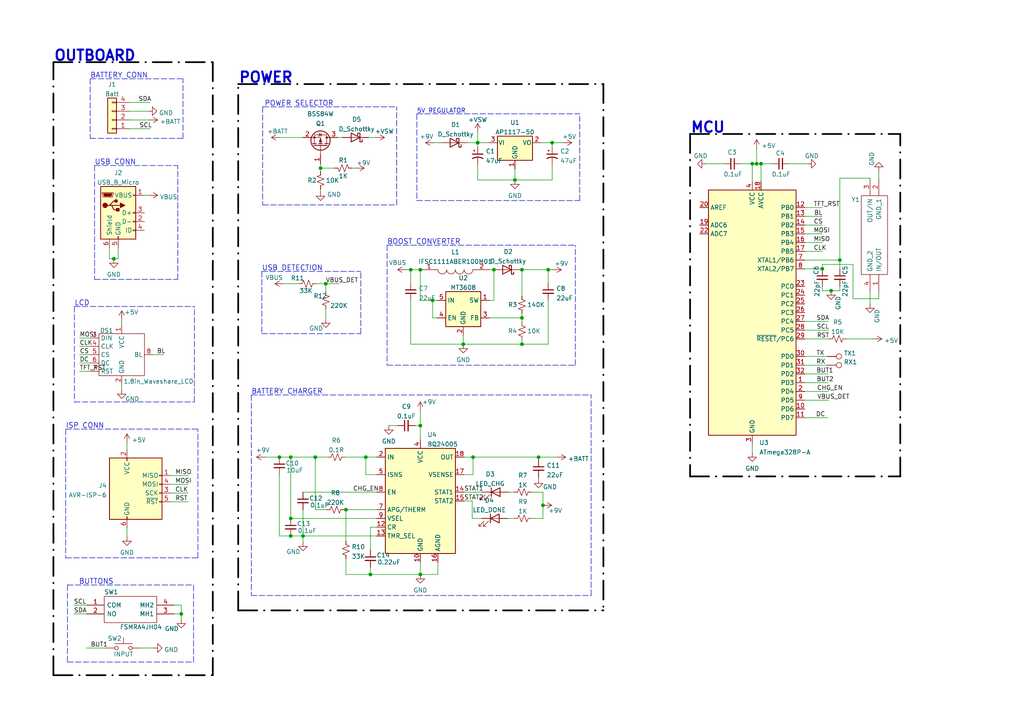
<source format=kicad_sch>
(kicad_sch (version 20211123) (generator eeschema)
  (paper "A4")
  (title_block (title "DJI Battery Friend") (date "2022-08-25") (rev "v01") (comment 1 "Licence:") (comment 3 "github.com/theloukou") (comment 4 "Author: Lefteris Kantakos"))
  (lib_symbols
    (symbol "Battery_Management:BQ24005"
      (property "Reference" "U" (at -8.89 16.51 0))
      (property "Value" "BQ24005" (at 5.08 16.51 0))
      (symbol "BQ24005_1_1"
        (pin no_connect line (at 10.16 -2.54 180) (length 2.54) hide (name "N/C") (number "1"))
        (pin power_in line (at 0 -17.78 90) (length 2.54) (name "GND") (number "10"))
        (pin no_connect line (at 10.16 -7.62 180) (length 2.54) hide (name "N/C") (number "11"))
        (pin input line (at -12.7 -7.62 0) (length 2.54) (name "CR") (number "12"))
        (pin input line (at -12.7 -10.16 0) (length 2.54) (name "TMR_SEL") (number "13"))
        (pin open_collector line (at 12.7 2.54 180) (length 2.54) (name "STAT1") (number "14"))
        (pin open_collector line (at 12.7 0 180) (length 2.54) (name "STAT2") (number "15"))
        (pin power_in line (at 5.08 -17.78 90) (length 2.54) (name "AGND") (number "16"))
        (pin input line (at 12.7 7.62 180) (length 2.54) (name "VSENSE") (number "17"))
        (pin output line (at 12.7 12.7 180) (length 2.54) (name "OUT") (number "18"))
        (pin passive line (at 12.7 12.7 180) (length 2.54) hide (name "OUT") (number "19"))
        (pin input line (at -12.7 12.7 0) (length 2.54) (name "IN") (number "2"))
        (pin no_connect line (at 10.16 -10.16 180) (length 2.54) hide (name "N/C") (number "20"))
        (pin passive line (at 0 -17.78 90) (length 2.54) hide (name "GND") (number "21"))
        (pin input line (at -12.7 12.7 0) (length 2.54) hide (name "IN") (number "3"))
        (pin power_in line (at 0 17.78 270) (length 2.54) (name "VCC") (number "4"))
        (pin input line (at -12.7 7.62 0) (length 2.54) (name "ISNS") (number "5"))
        (pin no_connect line (at 10.16 -5.08 180) (length 2.54) hide (name "N/C") (number "6"))
        (pin input line (at -12.7 -2.54 0) (length 2.54) (name "APG/THERM") (number "7"))
        (pin input line (at -12.7 2.54 0) (length 2.54) (name "EN") (number "8"))
        (pin input line (at -12.7 -5.08 0) (length 2.54) (name "VSEL") (number "9"))
      )
    )
    (symbol "Connector:AVR-ISP-6" (pin_names (offset 1.016))
      (property "Reference" "J" (at -6.35 11.43 0))
      (property "Value" "AVR-ISP-6" (at 0 11.43 0))
      (symbol "AVR-ISP-6_1_1"
        (pin passive line (at 10.16 5.08 180) (length 2.54) (name "MISO") (number "1"))
        (pin passive line (at -2.54 12.7 270) (length 2.54) (name "VCC") (number "2"))
        (pin passive line (at 10.16 0 180) (length 2.54) (name "SCK") (number "3"))
        (pin passive line (at 10.16 2.54 180) (length 2.54) (name "MOSI") (number "4"))
        (pin passive line (at 10.16 -2.54 180) (length 2.54) (name "~{RST}") (number "5"))
        (pin passive line (at -2.54 -10.16 90) (length 2.54) (name "GND") (number "6"))
      )
    )
    (symbol "Connector:TestPoint" (pin_numbers hide) (pin_names (offset 0.762) hide)
      (property "Reference" "TP" (at 0 6.858 0))
      (property "Value" "TestPoint" (at 0 5.08 0))
      (symbol "TestPoint_1_1"
        (pin passive line (at 0 0 90) (length 2.54) (name "1") (number "1"))
      )
    )
    (symbol "Connector:USB_B_Micro" (pin_names (offset 1.016))
      (property "Reference" "J" (at -5.08 11.43 0))
      (property "Value" "USB_B_Micro" (at -5.08 8.89 0))
      (symbol "USB_B_Micro_1_1"
        (pin power_out line (at 7.62 5.08 180) (length 2.54) (name "VBUS") (number "1"))
        (pin bidirectional line (at 7.62 -2.54 180) (length 2.54) (name "D-") (number "2"))
        (pin bidirectional line (at 7.62 0 180) (length 2.54) (name "D+") (number "3"))
        (pin passive line (at 7.62 -5.08 180) (length 2.54) (name "ID") (number "4"))
        (pin power_out line (at 0 -10.16 90) (length 2.54) (name "GND") (number "5"))
        (pin passive line (at -2.54 -10.16 90) (length 2.54) (name "Shield") (number "6"))
      )
    )
    (symbol "Connector_Generic:Conn_01x04" (pin_names (offset 1.016) hide)
      (property "Reference" "J" (at 0 5.08 0))
      (property "Value" "Conn_01x04" (at 0 -7.62 0))
      (symbol "Conn_01x04_1_1"
        (pin passive line (at -5.08 2.54 0) (length 3.81) (name "Pin_1") (number "1"))
        (pin passive line (at -5.08 0 0) (length 3.81) (name "Pin_2") (number "2"))
        (pin passive line (at -5.08 -2.54 0) (length 3.81) (name "Pin_3") (number "3"))
        (pin passive line (at -5.08 -5.08 0) (length 3.81) (name "Pin_4") (number "4"))
      )
    )
    (symbol "Device:C_Polarized_Small_US" (pin_numbers hide) (pin_names (offset 0.254) hide)
      (property "Reference" "C" (at 0.254 1.778 0))
      (property "Value" "C_Polarized_Small_US" (at 0.254 -2.032 0))
      (symbol "C_Polarized_Small_US_1_1"
        (pin passive line (at 0 2.54 270) (length 2.032) (name "~") (number "1"))
        (pin passive line (at 0 -2.54 90) (length 2.032) (name "~") (number "2"))
      )
    )
    (symbol "Device:C_Small" (pin_numbers hide) (pin_names (offset 0.254) hide)
      (property "Reference" "C" (at 0.254 1.778 0))
      (property "Value" "C_Small" (at 0.254 -2.032 0))
      (symbol "C_Small_1_1"
        (pin passive line (at 0 2.54 270) (length 2.032) (name "~") (number "1"))
        (pin passive line (at 0 -2.54 90) (length 2.032) (name "~") (number "2"))
      )
    )
    (symbol "Device:D_Schottky" (pin_numbers hide) (pin_names (offset 1.016) hide)
      (property "Reference" "D" (at 0 2.54 0))
      (property "Value" "D_Schottky" (at 0 -2.54 0))
      (symbol "D_Schottky_1_1"
        (pin passive line (at -3.81 0 0) (length 2.54) (name "K") (number "1"))
        (pin passive line (at 3.81 0 180) (length 2.54) (name "A") (number "2"))
      )
    )
    (symbol "Device:LED" (pin_numbers hide) (pin_names (offset 1.016) hide)
      (property "Reference" "D" (at 0 2.54 0))
      (property "Value" "LED" (at 0 -2.54 0))
      (symbol "LED_1_1"
        (pin passive line (at -3.81 0 0) (length 2.54) (name "K") (number "1"))
        (pin passive line (at 3.81 0 180) (length 2.54) (name "A") (number "2"))
      )
    )
    (symbol "Device:Q_PMOS_GSD" (pin_names (offset 0) hide)
      (property "Reference" "Q" (at 5.08 1.27 0))
      (property "Value" "Q_PMOS_GSD" (at 5.08 -1.27 0))
      (symbol "Q_PMOS_GSD_1_1"
        (pin input line (at -5.08 0 0) (length 2.54) (name "G") (number "1"))
        (pin passive line (at 2.54 -5.08 90) (length 2.54) (name "S") (number "2"))
        (pin passive line (at 2.54 5.08 270) (length 2.54) (name "D") (number "3"))
      )
    )
    (symbol "Device:R_Small_US" (pin_numbers hide) (pin_names (offset 0.254) hide)
      (property "Reference" "R" (at 0.762 0.508 0))
      (property "Value" "R_Small_US" (at 0.762 -1.016 0))
      (symbol "R_Small_US_1_1"
        (pin passive line (at 0 2.54 270) (length 1.016) (name "~") (number "1"))
        (pin passive line (at 0 -2.54 90) (length 1.016) (name "~") (number "2"))
      )
    )
    (symbol "GTO:1.8in_Waveshare_LCD"
      (property "Reference" "DS" (at -5.461 7.239 0))
      (property "Value" "1.8in_Waveshare_LCD" (at 10.414 -7.239 0))
      (symbol "1.8in_Waveshare_LCD_1_1"
        (pin power_in line (at 0 8.636 270) (length 2.54) (name "VCC") (number "1"))
        (pin power_in line (at 0 -8.636 90) (length 2.54) (name "GND") (number "2"))
        (pin input line (at -9.144 4.826 0) (length 2.54) (name "DIN") (number "3"))
        (pin input line (at -9.144 2.413 0) (length 2.54) (name "CLK") (number "4"))
        (pin input line (at -9.144 0 0) (length 2.54) (name "CS") (number "5"))
        (pin input line (at -9.144 -2.413 0) (length 2.54) (name "DC") (number "6"))
        (pin input line (at -9.144 -4.826 0) (length 2.54) (name "RST") (number "7"))
        (pin input line (at 9.144 0 180) (length 2.54) (name "BL") (number "8"))
      )
    )
    (symbol "MCU_Microchip_ATmega:ATmega328P-A"
      (property "Reference" "U" (at -12.7 36.83 0))
      (property "Value" "ATmega328P-A" (at 2.54 -36.83 0))
      (symbol "ATmega328P-A_1_1"
        (pin bidirectional line (at 15.24 -20.32 180) (length 2.54) (name "PD3") (number "1"))
        (pin bidirectional line (at 15.24 -27.94 180) (length 2.54) (name "PD6") (number "10"))
        (pin bidirectional line (at 15.24 -30.48 180) (length 2.54) (name "PD7") (number "11"))
        (pin bidirectional line (at 15.24 30.48 180) (length 2.54) (name "PB0") (number "12"))
        (pin bidirectional line (at 15.24 27.94 180) (length 2.54) (name "PB1") (number "13"))
        (pin bidirectional line (at 15.24 25.4 180) (length 2.54) (name "PB2") (number "14"))
        (pin bidirectional line (at 15.24 22.86 180) (length 2.54) (name "PB3") (number "15"))
        (pin bidirectional line (at 15.24 20.32 180) (length 2.54) (name "PB4") (number "16"))
        (pin bidirectional line (at 15.24 17.78 180) (length 2.54) (name "PB5") (number "17"))
        (pin power_in line (at 2.54 38.1 270) (length 2.54) (name "AVCC") (number "18"))
        (pin input line (at -15.24 25.4 0) (length 2.54) (name "ADC6") (number "19"))
        (pin bidirectional line (at 15.24 -22.86 180) (length 2.54) (name "PD4") (number "2"))
        (pin passive line (at -15.24 30.48 0) (length 2.54) (name "AREF") (number "20"))
        (pin passive line (at 0 -38.1 90) (length 2.54) hide (name "GND") (number "21"))
        (pin input line (at -15.24 22.86 0) (length 2.54) (name "ADC7") (number "22"))
        (pin bidirectional line (at 15.24 7.62 180) (length 2.54) (name "PC0") (number "23"))
        (pin bidirectional line (at 15.24 5.08 180) (length 2.54) (name "PC1") (number "24"))
        (pin bidirectional line (at 15.24 2.54 180) (length 2.54) (name "PC2") (number "25"))
        (pin bidirectional line (at 15.24 0 180) (length 2.54) (name "PC3") (number "26"))
        (pin bidirectional line (at 15.24 -2.54 180) (length 2.54) (name "PC4") (number "27"))
        (pin bidirectional line (at 15.24 -5.08 180) (length 2.54) (name "PC5") (number "28"))
        (pin bidirectional line (at 15.24 -7.62 180) (length 2.54) (name "~{RESET}/PC6") (number "29"))
        (pin power_in line (at 0 -38.1 90) (length 2.54) (name "GND") (number "3"))
        (pin bidirectional line (at 15.24 -12.7 180) (length 2.54) (name "PD0") (number "30"))
        (pin bidirectional line (at 15.24 -15.24 180) (length 2.54) (name "PD1") (number "31"))
        (pin bidirectional line (at 15.24 -17.78 180) (length 2.54) (name "PD2") (number "32"))
        (pin power_in line (at 0 38.1 270) (length 2.54) (name "VCC") (number "4"))
        (pin passive line (at 0 -38.1 90) (length 2.54) hide (name "GND") (number "5"))
        (pin passive line (at 0 38.1 270) (length 2.54) hide (name "VCC") (number "6"))
        (pin bidirectional line (at 15.24 15.24 180) (length 2.54) (name "XTAL1/PB6") (number "7"))
        (pin bidirectional line (at 15.24 12.7 180) (length 2.54) (name "XTAL2/PB7") (number "8"))
        (pin bidirectional line (at 15.24 -25.4 180) (length 2.54) (name "PD5") (number "9"))
      )
    )
    (symbol "Regulator_Linear:AP1117-50" (pin_names (offset 0.254))
      (property "Reference" "U" (at -3.81 3.175 0))
      (property "Value" "AP1117-50" (at 0 3.175 0))
      (symbol "AP1117-50_1_1"
        (pin power_in line (at 0 -7.62 90) (length 2.54) (name "GND") (number "1"))
        (pin power_out line (at 7.62 0 180) (length 2.54) (name "VO") (number "2"))
        (pin power_in line (at -7.62 0 0) (length 2.54) (name "VI") (number "3"))
      )
    )
    (symbol "Regulator_Switching:MT3608"
      (property "Reference" "U" (at -2.54 8.89 0))
      (property "Value" "MT3608" (at -3.81 6.35 0))
      (symbol "MT3608_1_1"
        (pin passive line (at 7.62 2.54 180) (length 2.54) (name "SW") (number "1"))
        (pin power_in line (at 0 -7.62 90) (length 2.54) (name "GND") (number "2"))
        (pin input line (at 7.62 -2.54 180) (length 2.54) (name "FB") (number "3"))
        (pin input line (at -7.62 -2.54 0) (length 2.54) (name "EN") (number "4"))
        (pin power_in line (at -7.62 2.54 0) (length 2.54) (name "IN") (number "5"))
        (pin no_connect line (at 5.08 0 180) (length 2.54) hide (name "NC") (number "6"))
      )
    )
    (symbol "Samacsys:ECS-160-8-33B-CTN-TR" (pin_names (offset 0.762))
      (property "Reference" "Y" (at 29.21 7.62 0))
      (property "Value" "ECS-160-8-33B-CTN-TR" (at 29.21 5.08 0))
      (symbol "ECS-160-8-33B-CTN-TR_0_0"
        (pin passive line (at 0 -2.54 0) (length 5.08) (name "IN/OUT") (number "1"))
        (pin passive line (at 33.02 -2.54 180) (length 5.08) (name "GND_1") (number "2"))
        (pin passive line (at 33.02 0 180) (length 5.08) (name "OUT/IN") (number "3"))
        (pin passive line (at 0 0 0) (length 5.08) (name "GND_2") (number "4"))
      )
    )
    (symbol "Samacsys:FSMRA4JH04" (pin_names (offset 0.762))
      (property "Reference" "S" (at 21.59 7.62 0))
      (property "Value" "FSMRA4JH04" (at 21.59 5.08 0))
      (symbol "FSMRA4JH04_0_0"
        (pin passive line (at 0 0 0) (length 5.08) (name "COM") (number "1"))
        (pin passive line (at 0 -2.54 0) (length 5.08) (name "NO") (number "2"))
        (pin passive line (at 25.4 -2.54 180) (length 5.08) (name "MH1") (number "3"))
        (pin passive line (at 25.4 0 180) (length 5.08) (name "MH2") (number "4"))
      )
    )
    (symbol "Samacsys:IFSC1111ABER100M01" (pin_names (offset 0.762))
      (property "Reference" "L" (at 16.51 6.35 0))
      (property "Value" "IFSC1111ABER100M01" (at 16.51 3.81 0))
      (symbol "IFSC1111ABER100M01_0_0"
        (pin passive line (at 0 0 0) (length 5.08) (name "~") (number "1"))
        (pin passive line (at 20.32 0 180) (length 5.08) (name "~") (number "2"))
      )
    )
    (symbol "Switch:SW_MEC_5G" (pin_numbers hide) (pin_names (offset 1.016) hide)
      (property "Reference" "SW" (at 1.27 2.54 0))
      (property "Value" "SW_MEC_5G" (at 0 -1.524 0))
      (symbol "SW_MEC_5G_0_1"
        (pin passive line (at -5.08 0 0) (length 2.54) (name "A") (number "1"))
        (pin passive line (at 5.08 0 180) (length 2.54) (name "B") (number "3"))
      )
      (symbol "SW_MEC_5G_1_1"
        (pin passive line (at -5.08 0 0) (length 2.54) hide (name "A") (number "2"))
        (pin passive line (at 5.08 0 180) (length 2.54) hide (name "B") (number "4"))
      )
    )
    (symbol "power:+5V" (power) (pin_names (offset 0))
      (property "Value" "+5V" (at 0 3.556 0))
      (symbol "+5V_1_1"
        (pin power_in line (at 0 0 90) (length 0) hide (name "+5V") (number "1"))
      )
    )
    (symbol "power:+9V" (power) (pin_names (offset 0))
      (property "Value" "+9V" (at 0 3.556 0))
      (symbol "+9V_1_1"
        (pin power_in line (at 0 0 90) (length 0) hide (name "+9V") (number "1"))
      )
    )
    (symbol "power:+BATT" (power) (pin_names (offset 0))
      (property "Value" "+BATT" (at 0 3.556 0))
      (symbol "+BATT_1_1"
        (pin power_in line (at 0 0 90) (length 0) hide (name "+BATT") (number "1"))
      )
    )
    (symbol "power:+VSW" (power) (pin_names (offset 0))
      (property "Value" "+VSW" (at 0 3.556 0))
      (symbol "+VSW_1_1"
        (pin power_in line (at 0 0 90) (length 0) hide (name "+VSW") (number "1"))
      )
    )
    (symbol "power:GND" (power) (pin_names (offset 0))
      (property "Value" "GND" (at 0 -3.81 0))
      (symbol "GND_1_1"
        (pin power_in line (at 0 0 270) (length 0) hide (name "GND") (number "1"))
      )
    )
    (symbol "power:VBUS" (power) (pin_names (offset 0))
      (property "Value" "VBUS" (at 0 3.81 0))
      (symbol "VBUS_1_1"
        (pin power_in line (at 0 0 90) (length 0) hide (name "VBUS") (number "1"))
      )
    )
  )
  (junction (at 151.384 78.232))
  (junction (at 159.004 78.232))
  (junction (at 157.48 146.558))
  (junction (at 219.456 47.498))
  (junction (at 238.506 77.978))
  (junction (at 121.92 123.444))
  (junction (at 138.5344 41.402))
  (junction (at 156.21 132.588))
  (junction (at 92.964 48.768))
  (junction (at 121.92 78.232))
  (junction (at 151.384 92.202))
  (junction (at 94.488 82.296))
  (junction (at 243.586 75.438))
  (junction (at 87.884 155.448))
  (junction (at 107.442 166.624))
  (junction (at 125.476 87.122))
  (junction (at 160.147 41.402))
  (junction (at 100.33 147.828))
  (junction (at 106.105 132.588))
  (junction (at 119.126 78.232))
  (junction (at 134.366 99.822))
  (junction (at 121.92 166.624))
  (junction (at 52.578 178.054))
  (junction (at 137.1996 132.588))
  (junction (at 81.026 132.588))
  (junction (at 149.352 52.197))
  (junction (at 220.726 47.498))
  (junction (at 84.328 150.368))
  (junction (at 91.44 132.588))
  (junction (at 138.557 41.402))
  (junction (at 151.384 99.822))
  (junction (at 143.256 78.232))
  (junction (at 218.186 47.498))
  (junction (at 84.328 132.588))
  (junction (at 84.328 155.448))
  (junction (at 33.02 75.057))
  (junction (at 241.046 84.328))
  (polyline (pts (xy 69.088 24.384) (xy 175.006 24.384)) (stroke (width 0.5) (type dash_dot) (color 5 5 5 1)))
  (wire (pts (xy 134.62 137.668) (xy 137.1996 137.668)))
  (polyline (pts (xy 120.904 33.02) (xy 168.148 33.02)))
  (wire (pts (xy 37.592 29.718) (xy 43.5411 29.718)))
  (polyline (pts (xy 72.898 172.72) (xy 171.45 172.72)))
  (polyline (pts (xy 75.946 96.774) (xy 104.648 96.774)))
  (wire (pts (xy 219.456 43.053) (xy 219.456 47.498)))
  (wire (pts (xy 40.894 187.96) (xy 44.45 187.96)))
  (polyline (pts (xy 26.162 22.86) (xy 53.086 22.86)))
  (wire (pts (xy 125.476 87.122) (xy 126.746 87.122)))
  (polyline (pts (xy 104.648 96.774) (xy 104.648 78.74)))
  (wire (pts (xy 82.296 82.296) (xy 86.614 82.296)))
  (wire (pts (xy 134.366 99.822) (xy 151.384 99.822)))
  (polyline (pts (xy 21.59 88.9) (xy 56.388 88.9)))
  (wire (pts (xy 35.306 111.506) (xy 35.306 113.03)))
  (polyline (pts (xy 175.006 24.384) (xy 175.006 177.038)) (stroke (width 0.5) (type dash_dot) (color 0 0 0 1)))
  (wire (pts (xy 52.578 175.514) (xy 52.578 178.054)))
  (polyline (pts (xy 21.59 88.9) (xy 21.59 116.586)))
  (wire (pts (xy 100.33 147.828) (xy 109.22 147.828)))
  (wire (pts (xy 151.384 98.552) (xy 151.384 99.822)))
  (wire (pts (xy 92.964 47.498) (xy 92.964 48.768)))
  (polyline (pts (xy 26.162 40.132) (xy 53.086 40.132)))
  (wire (pts (xy 143.256 78.232) (xy 143.256 87.122)))
  (wire (pts (xy 160.147 41.402) (xy 163.322 41.402)))
  (wire (pts (xy 156.972 41.402) (xy 160.147 41.402)))
  (wire (pts (xy 107.442 152.908) (xy 109.22 152.908)))
  (wire (pts (xy 138.557 47.752) (xy 138.557 52.197)))
  (wire (pts (xy 100.076 132.588) (xy 106.105 132.588)))
  (wire (pts (xy 233.426 103.378) (xy 240.03 103.378)))
  (wire (pts (xy 141.986 87.122) (xy 143.256 87.122)))
  (polyline (pts (xy 53.086 40.132) (xy 53.086 22.86)))
  (wire (pts (xy 76.962 132.588) (xy 81.026 132.588)))
  (wire (pts (xy 247.3991 76.708) (xy 238.506 76.708)))
  (wire (pts (xy 106.934 39.878) (xy 108.966 39.878)))
  (wire (pts (xy 233.426 67.818) (xy 238.506 67.818)))
  (polyline (pts (xy 168.148 58.166) (xy 168.148 33.02)))
  (wire (pts (xy 81.026 155.448) (xy 84.328 155.448)))
  (wire (pts (xy 84.328 150.368) (xy 109.22 150.368)))
  (wire (pts (xy 157.48 150.368) (xy 157.48 146.558)))
  (wire (pts (xy 127 163.068) (xy 127 166.624)))
  (wire (pts (xy 92.964 54.864) (xy 92.964 55.626)))
  (polyline (pts (xy 27.432 81.026) (xy 51.562 81.026)))
  (wire (pts (xy 81.28 39.878) (xy 87.884 39.878)))
  (wire (pts (xy 243.586 51.689) (xy 243.586 75.438)))
  (wire (pts (xy 119.126 78.232) (xy 121.92 78.232)))
  (wire (pts (xy 234.061 47.498) (xy 228.981 47.498)))
  (wire (pts (xy 151.384 90.932) (xy 151.384 92.202)))
  (polyline (pts (xy 69.088 177.038) (xy 175.006 177.038)) (stroke (width 0.5) (type dash_dot) (color 0 0 0 1)))
  (wire (pts (xy 41.91 56.642) (xy 43.18 56.642)))
  (wire (pts (xy 137.1996 137.668) (xy 137.1996 132.588)))
  (polyline (pts (xy 75.946 78.74) (xy 75.946 96.774)))
  (wire (pts (xy 138.557 41.402) (xy 138.557 42.672)))
  (wire (pts (xy 44.45 102.87) (xy 47.4934 102.87)))
  (wire (pts (xy 160.147 47.752) (xy 160.147 52.197)))
  (wire (pts (xy 21.368 175.514) (xy 25.146 175.514)))
  (wire (pts (xy 100.33 162.052) (xy 100.33 166.624)))
  (wire (pts (xy 23.0642 102.87) (xy 26.162 102.87)))
  (wire (pts (xy 247.3991 86.6439) (xy 247.3991 76.708)))
  (polyline (pts (xy 19.558 192.024) (xy 56.134 192.024)))
  (wire (pts (xy 254.889 84.709) (xy 254.889 86.6439)))
  (wire (pts (xy 254.889 49.657) (xy 254.889 51.689)))
  (polyline (pts (xy 19.05 124.46) (xy 19.05 161.798)))
  (wire (pts (xy 159.004 82.042) (xy 159.004 78.232)))
  (wire (pts (xy 117.856 78.232) (xy 119.126 78.232)))
  (polyline (pts (xy 51.562 81.026) (xy 51.562 48.006)))
  (polyline (pts (xy 19.05 161.798) (xy 57.404 161.798)))
  (wire (pts (xy 154.178 142.748) (xy 157.48 142.748)))
  (wire (pts (xy 238.506 84.328) (xy 241.046 84.328)))
  (wire (pts (xy 21.4125 178.054) (xy 25.146 178.054)))
  (polyline (pts (xy 72.898 114.554) (xy 171.45 114.554)))
  (polyline (pts (xy 200.152 38.862) (xy 261.112 38.862)) (stroke (width 0.5) (type dash_dot) (color 0 0 0 1)))
  (wire (pts (xy 112.776 123.444) (xy 115.316 123.444)))
  (wire (pts (xy 243.586 75.438) (xy 243.586 77.978)))
  (wire (pts (xy 94.488 82.296) (xy 98.298 82.296)))
  (wire (pts (xy 159.004 87.122) (xy 159.004 99.822)))
  (wire (pts (xy 125.984 41.402) (xy 128.016 41.402)))
  (wire (pts (xy 92.964 48.768) (xy 97.028 48.768)))
  (wire (pts (xy 36.83 128.397) (xy 36.83 130.302)))
  (polyline (pts (xy 15.494 195.834) (xy 61.722 195.834)) (stroke (width 0.5) (type dash_dot) (color 0 0 0 1)))
  (wire (pts (xy 215.011 47.498) (xy 218.186 47.498)))
  (wire (pts (xy 159.004 78.232) (xy 160.274 78.232)))
  (wire (pts (xy 252.349 51.689) (xy 243.586 51.689)))
  (wire (pts (xy 34.29 75.057) (xy 33.02 75.057)))
  (wire (pts (xy 233.426 77.978) (xy 238.506 77.978)))
  (wire (pts (xy 218.186 128.778) (xy 218.186 131.318)))
  (wire (pts (xy 233.426 95.758) (xy 240.3468 95.758)))
  (wire (pts (xy 81.026 137.668) (xy 81.026 155.448)))
  (wire (pts (xy 35.306 92.71) (xy 35.306 94.234)))
  (wire (pts (xy 136.9571 145.288) (xy 134.62 145.288)))
  (wire (pts (xy 204.851 47.498) (xy 209.931 47.498)))
  (wire (pts (xy 91.44 132.588) (xy 94.996 132.588)))
  (wire (pts (xy 94.488 89.662) (xy 94.488 92.456)))
  (wire (pts (xy 233.426 75.438) (xy 243.586 75.438)))
  (wire (pts (xy 107.442 159.512) (xy 107.442 152.908)))
  (wire (pts (xy 233.426 93.218) (xy 240.314 93.218)))
  (wire (pts (xy 109.22 137.668) (xy 106.105 137.668)))
  (wire (pts (xy 87.884 142.748) (xy 109.22 142.748)))
  (wire (pts (xy 154.178 150.368) (xy 157.48 150.368)))
  (polyline (pts (xy 112.268 105.918) (xy 166.878 105.918)))
  (wire (pts (xy 52.578 178.054) (xy 52.578 179.578)))
  (polyline (pts (xy 27.432 48.006) (xy 51.562 48.006)))
  (polyline (pts (xy 19.558 169.672) (xy 19.558 192.024)))
  (wire (pts (xy 141.986 92.202) (xy 151.384 92.202)))
  (polyline (pts (xy 120.904 58.166) (xy 168.148 58.166)))
  (wire (pts (xy 92.964 48.768) (xy 92.964 49.784)))
  (wire (pts (xy 84.328 132.588) (xy 91.44 132.588)))
  (polyline (pts (xy 75.946 78.74) (xy 104.648 78.74)))
  (wire (pts (xy 125.476 92.202) (xy 125.476 87.122)))
  (wire (pts (xy 233.426 110.998) (xy 240.2038 110.998)))
  (wire (pts (xy 119.126 78.232) (xy 119.126 82.042)))
  (polyline (pts (xy 21.59 116.586) (xy 56.388 116.586)))
  (polyline (pts (xy 15.494 18.034) (xy 61.722 18.034)) (stroke (width 0.5) (type dash_dot) (color 5 5 5 1)))
  (wire (pts (xy 160.147 52.197) (xy 149.352 52.197)))
  (wire (pts (xy 36.83 153.162) (xy 36.83 155.702)))
  (wire (pts (xy 23.0642 105.283) (xy 26.162 105.283)))
  (wire (pts (xy 149.352 49.022) (xy 149.352 52.197)))
  (wire (pts (xy 142.24 78.232) (xy 143.256 78.232)))
  (wire (pts (xy 134.62 142.748) (xy 139.954 142.748)))
  (wire (pts (xy 252.349 84.709) (xy 252.349 88.138)))
  (wire (pts (xy 156.21 138.43) (xy 156.21 138.938)))
  (wire (pts (xy 136.9571 150.368) (xy 139.7 150.368)))
  (wire (pts (xy 50.546 178.054) (xy 52.578 178.054)))
  (wire (pts (xy 138.557 52.197) (xy 149.352 52.197)))
  (wire (pts (xy 233.426 105.918) (xy 240.03 105.918)))
  (wire (pts (xy 121.92 166.624) (xy 127 166.624)))
  (wire (pts (xy 219.456 47.498) (xy 220.726 47.498)))
  (wire (pts (xy 106.105 132.588) (xy 109.22 132.588)))
  (wire (pts (xy 138.5344 41.402) (xy 138.557 41.402)))
  (wire (pts (xy 233.426 62.738) (xy 238.5084 62.738)))
  (wire (pts (xy 160.147 41.402) (xy 160.147 42.672)))
  (polyline (pts (xy 69.088 177.038) (xy 69.088 24.384)) (stroke (width 0.5) (type dash_dot) (color 0 0 0 1)))
  (wire (pts (xy 100.33 166.624) (xy 107.442 166.624)))
  (wire (pts (xy 23.0642 100.457) (xy 26.162 100.457)))
  (polyline (pts (xy 19.558 169.672) (xy 56.134 169.672)))
  (wire (pts (xy 49.53 143.002) (xy 54.61 143.002)))
  (wire (pts (xy 233.426 72.898) (xy 238.506 72.898)))
  (wire (pts (xy 121.92 87.122) (xy 125.476 87.122)))
  (wire (pts (xy 245.491 98.298) (xy 253.238 98.298)))
  (wire (pts (xy 98.044 39.878) (xy 99.314 39.878)))
  (wire (pts (xy 34.29 71.882) (xy 34.29 75.057)))
  (wire (pts (xy 220.726 52.578) (xy 220.726 47.498)))
  (wire (pts (xy 107.442 166.624) (xy 121.92 166.624)))
  (polyline (pts (xy 61.722 18.034) (xy 61.722 195.834)) (stroke (width 0.5) (type dash_dot) (color 0 0 0 1)))
  (wire (pts (xy 31.75 71.882) (xy 31.75 75.057)))
  (wire (pts (xy 220.726 47.498) (xy 223.901 47.498)))
  (polyline (pts (xy 19.05 124.46) (xy 57.404 124.46)))
  (wire (pts (xy 218.186 47.498) (xy 219.456 47.498)))
  (wire (pts (xy 138.5344 38.3531) (xy 138.5344 41.402)))
  (wire (pts (xy 37.592 34.798) (xy 43.18 34.798)))
  (wire (pts (xy 121.92 163.068) (xy 121.92 166.624)))
  (polyline (pts (xy 57.404 161.798) (xy 57.404 124.46)))
  (wire (pts (xy 126.746 92.202) (xy 125.476 92.202)))
  (wire (pts (xy 233.426 70.358) (xy 238.506 70.358)))
  (polyline (pts (xy 112.268 71.12) (xy 166.878 71.12)))
  (wire (pts (xy 99.822 147.828) (xy 100.33 147.828)))
  (polyline (pts (xy 56.388 116.586) (xy 56.388 88.9)))
  (wire (pts (xy 121.92 78.232) (xy 121.92 87.122)))
  (wire (pts (xy 91.44 147.828) (xy 94.742 147.828)))
  (wire (pts (xy 37.592 32.258) (xy 42.926 32.258)))
  (wire (pts (xy 233.426 60.198) (xy 238.5522 60.198)))
  (polyline (pts (xy 27.432 48.006) (xy 27.432 81.026)))
  (wire (pts (xy 49.53 137.922) (xy 54.61 137.922)))
  (polyline (pts (xy 72.898 114.554) (xy 72.898 172.72)))
  (wire (pts (xy 151.384 92.202) (xy 151.384 93.472)))
  (wire (pts (xy 134.366 97.282) (xy 134.366 99.822)))
  (wire (pts (xy 238.506 76.708) (xy 238.506 77.978)))
  (wire (pts (xy 137.1996 132.588) (xy 156.21 132.588)))
  (wire (pts (xy 156.21 132.588) (xy 161.544 132.588)))
  (wire (pts (xy 107.442 164.592) (xy 107.442 166.624)))
  (wire (pts (xy 233.426 98.298) (xy 240.411 98.298)))
  (wire (pts (xy 120.396 123.444) (xy 121.92 123.444)))
  (wire (pts (xy 121.92 123.444) (xy 121.92 127.508)))
  (wire (pts (xy 233.426 116.078) (xy 240.3596 116.078)))
  (wire (pts (xy 87.884 147.828) (xy 87.884 155.448)))
  (wire (pts (xy 136.9571 150.368) (xy 136.9571 145.288)))
  (wire (pts (xy 81.026 132.588) (xy 84.328 132.588)))
  (wire (pts (xy 243.586 83.058) (xy 243.586 84.328)))
  (polyline (pts (xy 76.2 30.988) (xy 115.062 30.988)))
  (polyline (pts (xy 15.494 195.834) (xy 15.494 18.034)) (stroke (width 0.5) (type dash_dot) (color 0 0 0 1)))
  (wire (pts (xy 156.21 133.35) (xy 156.21 132.588)))
  (wire (pts (xy 91.694 82.296) (xy 94.488 82.296)))
  (wire (pts (xy 157.48 142.748) (xy 157.48 146.558)))
  (polyline (pts (xy 115.062 59.436) (xy 115.062 30.988)))
  (wire (pts (xy 23.0642 107.696) (xy 26.162 107.696)))
  (wire (pts (xy 106.105 137.668) (xy 106.105 132.588)))
  (wire (pts (xy 150.876 78.232) (xy 151.384 78.232)))
  (wire (pts (xy 84.328 155.448) (xy 87.884 155.448)))
  (wire (pts (xy 159.004 78.232) (xy 151.384 78.232)))
  (wire (pts (xy 49.53 145.542) (xy 54.61 145.542)))
  (wire (pts (xy 119.126 87.122) (xy 119.126 99.822)))
  (polyline (pts (xy 166.878 105.918) (xy 166.878 71.12)))
  (wire (pts (xy 49.53 140.462) (xy 54.61 140.462)))
  (wire (pts (xy 121.92 119.126) (xy 121.92 123.444)))
  (wire (pts (xy 159.004 99.822) (xy 151.384 99.822)))
  (polyline (pts (xy 112.268 71.12) (xy 112.268 105.918)))
  (polyline (pts (xy 261.112 138.176) (xy 261.112 38.862)) (stroke (width 0.5) (type dash_dot) (color 0 0 0 1)))
  (wire (pts (xy 254.889 86.6439) (xy 247.3991 86.6439)))
  (wire (pts (xy 243.586 84.328) (xy 241.046 84.328)))
  (wire (pts (xy 233.426 113.538) (xy 240.3103 113.538)))
  (wire (pts (xy 102.108 48.768) (xy 103.124 48.768)))
  (wire (pts (xy 238.506 83.058) (xy 238.506 84.328)))
  (polyline (pts (xy 76.2 59.436) (xy 115.062 59.436)))
  (wire (pts (xy 84.328 150.368) (xy 84.328 132.588)))
  (polyline (pts (xy 120.904 33.02) (xy 120.904 58.166)))
  (wire (pts (xy 87.884 155.448) (xy 87.884 157.226)))
  (wire (pts (xy 31.75 75.057) (xy 33.02 75.057)))
  (wire (pts (xy 100.33 147.828) (xy 100.33 156.972)))
  (wire (pts (xy 233.426 121.158) (xy 240.0691 121.158)))
  (polyline (pts (xy 200.152 38.862) (xy 200.152 138.176)) (stroke (width 0.5) (type dash_dot) (color 0 0 0 1)))
  (wire (pts (xy 134.62 132.588) (xy 137.1996 132.588)))
  (wire (pts (xy 37.592 37.338) (xy 43.6396 37.338)))
  (wire (pts (xy 23.0861 98.044) (xy 26.162 98.044)))
  (wire (pts (xy 135.636 41.402) (xy 138.5344 41.402)))
  (wire (pts (xy 138.557 41.402) (xy 141.732 41.402)))
  (wire (pts (xy 119.126 99.822) (xy 134.366 99.822)))
  (wire (pts (xy 233.426 65.278) (xy 238.5132 65.278)))
  (polyline (pts (xy 26.162 22.86) (xy 26.162 40.132)))
  (wire (pts (xy 147.574 142.748) (xy 149.098 142.748)))
  (wire (pts (xy 87.884 155.448) (xy 109.22 155.448)))
  (wire (pts (xy 91.44 147.828) (xy 91.44 132.588)))
  (polyline (pts (xy 200.152 138.176) (xy 261.112 138.176)) (stroke (width 0.5) (type dash_dot) (color 0 0 0 1)))
  (polyline (pts (xy 171.45 172.72) (xy 171.45 114.554)))
  (wire (pts (xy 24.9974 187.96) (xy 30.734 187.96)))
  (wire (pts (xy 94.488 82.296) (xy 94.488 84.582)))
  (wire (pts (xy 147.32 150.368) (xy 149.098 150.368)))
  (wire (pts (xy 233.426 108.458) (xy 240.2038 108.458)))
  (wire (pts (xy 151.384 78.232) (xy 151.384 85.852)))
  (polyline (pts (xy 76.2 30.988) (xy 76.2 59.436)))
  (wire (pts (xy 50.546 175.514) (xy 52.578 175.514)))
  (polyline (pts (xy 56.134 192.024) (xy 56.134 169.672)))
  (wire (pts (xy 218.186 52.578) (xy 218.186 47.498)))
  (text "ISP CONN" (at 19.05 124.46 0) (effects (font (size 1.5 1.5)) (justify left bottom)))
  (text "BATTERY CONN" (at 26.162 22.86 0) (effects (font (size 1.5 1.5)) (justify left bottom)))
  (text "USB DETECTION" (at 75.946 78.74 0) (effects (font (size 1.5 1.5)) (justify left bottom)))
  (text "5V REGULATOR" (at 120.904 33.02 0) (effects (font (size 1.27 1.27)) (justify left bottom)))
  (text "LCD\n" (at 21.59 88.9 0) (effects (font (size 1.5 1.5)) (justify left bottom)))
  (text "BATTERY CHARGER" (at 72.898 114.554 0) (effects (font (size 1.5 1.5)) (justify left bottom)))
  (text "OUTBOARD" (at 15.494 18.034 0) (effects (font (size 3 3) (thickness 0.6) bold) (justify left bottom)))
  (text "POWER SELECTOR" (at 76.708 30.988 0) (effects (font (size 1.5 1.5)) (justify left bottom)))
  (text "BOOST CONVERTER" (at 112.268 71.12 0) (effects (font (size 1.5 1.5)) (justify left bottom)))
  (text "USB CONN" (at 27.432 48.006 0) (effects (font (size 1.5 1.5)) (justify left bottom)))
  (text "POWER" (at 69.088 24.384 0) (effects (font (size 3 3) (thickness 0.6) bold) (justify left bottom)))
  (text "BUTTONS" (at 22.86 169.672 0) (effects (font (size 1.5 1.5)) (justify left bottom)))
  (text "MCU" (at 200.152 38.862 0) (effects (font (size 3 3) (thickness 0.6) bold) (justify left bottom)))
  (label "CS" (at 23.1228 102.87 0))
  (label "SCL" (at 236.8337 95.758 0))
  (label "BUT1" (at 236.7568 108.458 0))
  (label "RST" (at 50.8 145.542 0))
  (label "VBUS_DET" (at 94.4627 82.296 0))
  (label "MISO" (at 235.966 70.358 0))
  (label "CS" (at 235.9851 65.278 0))
  (label "VBUS_DET" (at 237.0107 116.078 0))
  (label "DC" (at 236.6217 121.158 0))
  (label "CHG_EN" (at 236.9614 113.538 0))
  (label "RST" (at 236.8994 98.298 0))
  (label "MOSI" (at 23.0861 98.044 0))
  (label "CLK" (at 23.0642 100.457 0))
  (label "SDA" (at 40.1315 29.718 0))
  (label "SDA" (at 21.4125 178.054 0))
  (label "STAT1" (at 134.62 142.748 0))
  (label "RX" (at 236.728 105.918 0))
  (label "BUT1" (at 26.2856 187.96 0))
  (label "SDA" (at 236.768 93.218 0))
  (label "BL" (at 236.0861 62.738 0))
  (label "TFT_RST" (at 235.966 60.198 0))
  (label "STAT2" (at 134.62 145.288 0))
  (label "CHG_EN" (at 102.362 142.748 0))
  (label "CLK" (at 50.8 143.002 0))
  (label "TX" (at 236.728 103.378 0))
  (label "MISO" (at 50.8 137.922 0))
  (label "TFT_RST" (at 23.0642 107.696 0))
  (label "MOSI" (at 235.966 67.818 0))
  (label "SCL" (at 21.368 175.514 0))
  (label "SCL" (at 40.3942 37.338 0))
  (label "DC" (at 23.0734 105.283 0))
  (label "BUT2" (at 236.8312 110.998 0))
  (label "CLK" (at 235.966 72.898 0))
  (label "BL" (at 45.4944 102.87 0))
  (label "MOSI" (at 50.8 140.462 0))
  (symbol (lib_id "Device:R_Small_US") (at 242.951 98.298 90) (unit 1)
    (property "Reference" "R5" (at 242.951 93.4425 90))
    (property "Value" "10K" (at 242.951 96.2176 90))
    (property "Footprint" "Resistor_SMD:R_0805_2012Metric" (effects hide))
  )
  (symbol (lib_id "power:+9V") (at 125.984 41.402 90) (unit 1)
    (property "Reference" "#PWR06" (effects hide))
    (property "Value" "+9V" (at 121.666 39.624 90) (effects (justify right)))
  )
  (symbol (lib_id "Device:LED") (at 143.764 142.748 0) (unit 1)
    (property "Reference" "D3" (at 142.1765 137.5115 0))
    (property "Value" "LED_CHG" (at 142.1765 140.2866 0))
    (property "Footprint" "LED_THT:LED_D3.0mm" (effects hide))
  )
  (symbol (lib_id "Device:D_Schottky") (at 103.124 39.878 180) (unit 1)
    (property "Reference" "D5" (at 103.4415 34.6415 0))
    (property "Value" "D_Schottky" (at 103.4415 37.4166 0))
    (property "Footprint" "Diode_SMD:D_SOD-323F" (effects hide))
    (property "Datasheet" "https://gr.mouser.com/datasheet/2/916/PMEG2020EH_EJ-1319584.pdf" (effects hide))
    (property "Description" "Schottky Diode" (effects hide))
    (property "Manufacturer_Name" "Nexperia" (effects hide))
    (property "Manufacturer_Part_Number" "PMEG2020EJF" (effects hide))
    (property "Mouser Part Number" "771-PMEG2020EJF" (effects hide))
    (property "Mouser Price/Stock" "https://gr.mouser.com/ProductDetail/Nexperia/PMEG2020EJF?qs=45Avz0nZxhu5ApwA0R%252B84A%3D%3D" (effects hide))
  )
  (symbol (lib_id "Regulator_Switching:MT3608") (at 134.366 89.662 0) (unit 1)
    (property "Reference" "U2" (at 134.366 80.6155 0))
    (property "Value" "MT3608" (at 134.366 83.3906 0))
    (property "Footprint" "Package_TO_SOT_SMD:SOT-23-6" (effects hide))
    (property "Datasheet" "https://www.olimex.com/Products/Breadboarding/BB-PWR-3608/resources/MT3608.pdf" (effects hide))
  )
  (symbol (lib_id "power:GND") (at 112.776 123.444 0) (unit 1)
    (property "Reference" "#PWR0104" (effects hide))
    (property "Value" "GND" (at 112.776 128.0065 0))
  )
  (symbol (lib_id "Device:R_Small_US") (at 97.282 147.828 270) (unit 1)
    (property "Reference" "R8" (at 97.282 142.9725 90))
    (property "Value" "220K" (at 97.282 145.7476 90))
    (property "Footprint" "Resistor_SMD:R_0805_2012Metric" (effects hide))
  )
  (symbol (lib_id "power:GND") (at 87.884 157.226 0) (unit 1)
    (property "Reference" "#PWR031" (effects hide))
    (property "Value" "GND" (at 85.09 160.02 0))
  )
  (symbol (lib_id "power:+VSW") (at 108.966 39.878 270) (mirror x) (unit 1)
    (property "Reference" "#PWR05" (effects hide))
    (property "Value" "+VSW" (at 108.712 38.1 90) (effects (justify left)))
  )
  (symbol (lib_id "Device:C_Small") (at 226.441 47.498 90) (unit 1)
    (property "Reference" "C4" (at 226.314 44.45 90))
    (property "Value" "0.1uF" (at 226.568 50.546 90))
    (property "Footprint" "Capacitor_SMD:C_0805_2012Metric_Pad1.18x1.45mm_HandSolder" (effects hide))
  )
  (symbol (lib_id "Connector:TestPoint") (at 240.03 103.378 270) (unit 1)
    (property "Reference" "TX1" (at 244.729 102.4695 90) (effects (justify left)))
    (property "Value" "TestPoint" (effects hide))
    (property "Footprint" "TestPoint:TestPoint_Pad_D1.5mm" (effects hide))
  )
  (symbol (lib_id "Device:D_Schottky") (at 147.066 78.232 180) (unit 1)
    (property "Reference" "D2" (at 147.3835 72.9955 0))
    (property "Value" "D_Schottky" (at 147.3835 75.7706 0))
    (property "Footprint" "Diode_SMD:D_SOD-323F" (effects hide))
    (property "Datasheet" "https://gr.mouser.com/datasheet/2/916/PMEG2020EH_EJ-1319584.pdf" (effects hide))
    (property "Description" "Schottky Diode" (effects hide))
    (property "Manufacturer_Name" "Nexperia" (effects hide))
    (property "Manufacturer_Part_Number" "PMEG2020EJF" (effects hide))
    (property "Mouser Part Number" "771-PMEG2020EJF" (effects hide))
    (property "Mouser Price/Stock" "https://gr.mouser.com/ProductDetail/Nexperia/PMEG2020EJF?qs=45Avz0nZxhu5ApwA0R%252B84A%3D%3D" (effects hide))
  )
  (symbol (lib_id "Device:C_Small") (at 119.126 84.582 0) (unit 1)
    (property "Reference" "C7" (at 121.4501 83.6798 0) (effects (justify left)))
    (property "Value" "22uF" (at 121.4501 86.4549 0) (effects (justify left)))
    (property "Footprint" "Capacitor_SMD:C_0805_2012Metric_Pad1.18x1.45mm_HandSolder" (effects hide))
  )
  (symbol (lib_id "Device:C_Small") (at 81.026 135.128 0) (unit 1)
    (property "Reference" "C10" (at 82.804 134.366 0) (effects (justify left)))
    (property "Value" "10uF" (at 83.058 136.398 0) (effects (justify left)))
    (property "Footprint" "Capacitor_SMD:C_0805_2012Metric_Pad1.18x1.45mm_HandSolder" (effects hide))
  )
  (symbol (lib_id "power:GND") (at 35.306 113.03 0) (unit 1)
    (property "Reference" "#PWR0101" (effects hide))
    (property "Value" "GND" (at 36.322 115.697 0) (effects (justify left)))
  )
  (symbol (lib_id "power:+BATT") (at 81.28 39.878 90) (mirror x) (unit 1)
    (property "Reference" "#PWR04" (effects hide))
    (property "Value" "+BATT" (at 77.47 38.1 90) (effects (justify right)))
  )
  (symbol (lib_id "power:GND") (at 33.02 75.057 0) (unit 1)
    (property "Reference" "#PWR015" (effects hide))
    (property "Value" "GND" (at 33.02 79.6195 0))
  )
  (symbol (lib_id "power:VBUS") (at 43.18 56.642 270) (unit 1)
    (property "Reference" "#PWR014" (effects hide))
    (property "Value" "VBUS" (at 46.355 57.121 90) (effects (justify left)))
  )
  (symbol (lib_id "Device:R_Small_US") (at 97.536 132.588 90) (unit 1)
    (property "Reference" "R6" (at 97.536 127.7325 90))
    (property "Value" "0.1R" (at 97.536 130.5076 90))
    (property "Footprint" "Resistor_SMD:R_1206_3216Metric_Pad1.30x1.75mm_HandSolder" (effects hide))
    (property "Description" "https://gr.mouser.com/datasheet/2/315/AOA0000C313-1141758.pdf" (effects hide))
    (property "Manufacturer_Name" "Panasonic" (effects hide))
    (property "Manufacturer_Part_Number" "ERJ-8RSJR10V" (effects hide))
    (property "Mouser Part Number" "667-ERJ-8RSJR10V " (effects hide))
    (property "Mouser Price/Stock" "https://gr.mouser.com/ProductDetail/Panasonic/ERJ-8RSJR10V?qs=J%2Fw1naXNy4IyN1F0b%2Fqh3w%3D%3D" (effects hide))
  )
  (symbol (lib_id "Device:C_Polarized_Small_US") (at 138.557 45.212 0) (unit 1)
    (property "Reference" "C1" (at 140.8684 43.8717 0) (effects (justify left)))
    (property "Value" "47uF" (at 140.8684 46.6468 0) (effects (justify left)))
    (property "Footprint" "Capacitor_SMD:CP_Elec_6.3x5.8" (effects hide))
  )
  (symbol (lib_id "Device:Q_PMOS_GSD") (at 92.964 42.418 270) (mirror x) (unit 1)
    (property "Reference" "Q1" (at 92.964 35.8235 90))
    (property "Value" "BSS84W" (at 92.964 33.0484 90))
    (property "Footprint" "Package_TO_SOT_SMD:TSOT-23" (effects hide))
    (property "Datasheet" "https://www.diodes.com/assets/Datasheets/BSS84W.pdf" (effects hide))
    (property "Description" "P-Channel Enchancement FET" (effects hide))
    (property "Manufacturer_Name" "Diodes Inc" (effects hide))
    (property "Manufacturer_Part_Number" "BSS84W-7-F" (effects hide))
    (property "Mouser Part Number" "621-BSS84W-F" (effects hide))
    (property "Mouser Price/Stock" "https://gr.mouser.com/ProductDetail/Diodes-Incorporated/BSS84W-7-F?qs=C%2FiXDRqWM5gURToIay7bAQ%3D%3D" (effects hide))
  )
  (symbol (lib_id "power:+9V") (at 160.274 78.232 270) (unit 1)
    (property "Reference" "#PWR017" (effects hide))
    (property "Value" "+9V" (at 160.782 76.454 90) (effects (justify left)))
  )
  (symbol (lib_id "power:GND") (at 252.349 88.138 0) (unit 1)
    (property "Reference" "#PWR035" (effects hide))
    (property "Value" "GND" (at 254.381 89.662 90) (effects (justify right)))
  )
  (symbol (lib_id "power:GND") (at 234.061 47.498 90) (unit 1)
    (property "Reference" "#PWR011" (effects hide))
    (property "Value" "GND" (at 237.49 45.212 90) (effects (justify left)))
  )
  (symbol (lib_id "Device:R_Small_US") (at 89.154 82.296 90) (unit 1)
    (property "Reference" "R11" (at 88.2455 80.645 90) (effects (justify left)))
    (property "Value" "33K" (at 90.678 84.328 90) (effects (justify left)))
    (property "Footprint" "Resistor_SMD:R_0805_2012Metric" (effects hide))
  )
  (symbol (lib_id "power:VBUS") (at 117.856 78.232 90) (unit 1)
    (property "Reference" "#PWR016" (effects hide))
    (property "Value" "VBUS" (at 117.856 76.2 90) (effects (justify left)))
  )
  (symbol (lib_id "power:GND") (at 92.964 55.626 0) (mirror y) (unit 1)
    (property "Reference" "#PWR013" (effects hide))
    (property "Value" "GND" (at 94.869 56.417 0) (effects (justify right)))
  )
  (symbol (lib_id "Device:C_Small") (at 212.471 47.498 270) (unit 1)
    (property "Reference" "C3" (at 212.344 44.196 90))
    (property "Value" "0.1uF" (at 212.598 50.546 90))
    (property "Footprint" "Capacitor_SMD:C_0805_2012Metric_Pad1.18x1.45mm_HandSolder" (effects hide))
  )
  (symbol (lib_id "Samacsys:IFSC1111ABER100M01") (at 121.92 78.232 0) (unit 1)
    (property "Reference" "L1" (at 132.08 73.0961 0))
    (property "Value" "IFSC1111ABER100M01" (at 132.08 75.8712 0))
    (property "Footprint" "Samacsys:IFSC1111ABER100M01" (effects hide))
    (property "Datasheet" "https://datasheet.datasheetarchive.com/originals/dk/DKDS-23/453449.pdf" (effects hide))
    (property "Description" "Fixed Inductors 10uH 20%" (effects hide))
    (property "Height" "1.3" (effects hide))
    (property "Mouser Part Number" "70-IFSC1111ABER100M0" (effects hide))
    (property "Mouser Price/Stock" "https://www.mouser.co.uk/ProductDetail/Vishay-Dale/IFSC1111ABER100M01?qs=InciI0EUQ9YDOodvVFQoXQ%3D%3D" (effects hide))
    (property "Manufacturer_Name" "Vishay" (effects hide))
    (property "Manufacturer_Part_Number" "IFSC1111ABER100M01" (effects hide))
  )
  (symbol (lib_id "MCU_Microchip_ATmega:ATmega328P-A") (at 218.186 90.678 0) (unit 1)
    (property "Reference" "U3" (at 220.2054 128.3875 0) (effects (justify left)))
    (property "Value" "ATmega328P-A" (at 220.2054 131.1626 0) (effects (justify left)))
    (property "Footprint" "Package_QFP:TQFP-32_7x7mm_P0.8mm" (effects hide))
    (property "Datasheet" "http://ww1.microchip.com/downloads/en/DeviceDoc/ATmega328_P%20AVR%20MCU%20with%20picoPower%20Technology%20Data%20Sheet%2040001984A.pdf" (effects hide))
  )
  (symbol (lib_id "power:GND") (at 94.488 92.456 0) (unit 1)
    (property "Reference" "#PWR021" (effects hide))
    (property "Value" "GND" (at 91.694 95.25 0))
  )
  (symbol (lib_id "Device:LED") (at 143.51 150.368 0) (unit 1)
    (property "Reference" "D4" (at 141.9225 145.1315 0))
    (property "Value" "LED_DONE" (at 141.9225 147.9066 0))
    (property "Footprint" "LED_THT:LED_D3.0mm" (effects hide))
  )
  (symbol (lib_id "Device:C_Polarized_Small_US") (at 160.147 45.212 0) (unit 1)
    (property "Reference" "C2" (at 162.4584 43.8717 0) (effects (justify left)))
    (property "Value" "47uF" (at 162.4584 46.6468 0) (effects (justify left)))
    (property "Footprint" "Capacitor_SMD:CP_Elec_6.3x5.8" (effects hide))
  )
  (symbol (lib_id "power:+5V") (at 253.238 98.298 270) (unit 1)
    (property "Reference" "#PWR022" (effects hide))
    (property "Value" "+5V" (at 256.413 98.777 90) (effects (justify left)))
  )
  (symbol (lib_id "GTO:1.8in_Waveshare_LCD") (at 35.306 102.87 0) (unit 1)
    (property "Reference" "DS1" (at 28.956 95.885 0) (effects (justify left)))
    (property "Value" "1.8in_Waveshare_LCD" (at 35.814 110.617 0) (effects (justify left)))
    (property "Footprint" "GTO:1.8in Waveshare LCD" (effects hide))
    (property "Datasheet" "https://www.waveshare.com/wiki/1.8inch_LCD_Module" (effects hide))
  )
  (symbol (lib_id "power:+5V") (at 36.83 128.397 0) (unit 1)
    (property "Reference" "#PWR024" (effects hide))
    (property "Value" "+5V" (at 38.227 127.606 0) (effects (justify left)))
  )
  (symbol (lib_id "Device:R_Small_US") (at 99.568 48.768 90) (mirror x) (unit 1)
    (property "Reference" "R1" (at 99.568 46.482 90))
    (property "Value" "1K" (at 99.568 51.054 90))
    (property "Footprint" "Resistor_SMD:R_0805_2012Metric_Pad1.20x1.40mm_HandSolder" (effects hide))
  )
  (symbol (lib_id "power:+5V") (at 163.322 41.402 270) (unit 1)
    (property "Reference" "#PWR07" (effects hide))
    (property "Value" "+5V" (at 163.068 39.624 90) (effects (justify left)))
  )
  (symbol (lib_id "Connector_Generic:Conn_01x04") (at 32.512 34.798 180) (unit 1)
    (property "Reference" "J1" (at 32.512 24.4815 0))
    (property "Value" "Batt" (at 32.512 27.2566 0))
    (property "Footprint" "Connector_JST:JST_PH_S4B-PH-K_1x04_P2.00mm_Horizontal" (effects hide))
  )
  (symbol (lib_id "power:GND") (at 218.186 131.318 0) (unit 1)
    (property "Reference" "#PWR027" (effects hide))
    (property "Value" "GND" (at 218.186 135.8805 0))
  )
  (symbol (lib_id "power:GND") (at 134.366 99.822 0) (unit 1)
    (property "Reference" "#PWR020" (effects hide))
    (property "Value" "GND" (at 134.366 104.3845 0))
  )
  (symbol (lib_id "Device:R_Small_US") (at 94.488 87.122 0) (unit 1)
    (property "Reference" "R12" (at 90.932 85.852 0) (effects (justify left)))
    (property "Value" "220K" (at 95.758 88.646 0) (effects (justify left)))
    (property "Footprint" "Resistor_SMD:R_0805_2012Metric" (effects hide))
  )
  (symbol (lib_id "Device:C_Small") (at 107.442 162.052 0) (unit 1)
    (property "Reference" "C14" (at 109.22 161.036 0) (effects (justify left)))
    (property "Value" "0.22uF" (at 109.474 163.068 0) (effects (justify left)))
    (property "Footprint" "Capacitor_SMD:C_0805_2012Metric_Pad1.18x1.45mm_HandSolder" (effects hide))
  )
  (symbol (lib_id "power:GND") (at 42.926 32.258 90) (unit 1)
    (property "Reference" "#PWR01" (effects hide))
    (property "Value" "GND" (at 46.101 32.737 90) (effects (justify right)))
  )
  (symbol (lib_id "Device:C_Small") (at 84.328 152.908 0) (unit 1)
    (property "Reference" "C13" (at 86.106 151.892 0) (effects (justify left)))
    (property "Value" "0.1uF" (at 86.36 153.924 0) (effects (justify left)))
    (property "Footprint" "Capacitor_SMD:C_0805_2012Metric_Pad1.18x1.45mm_HandSolder" (effects hide))
  )
  (symbol (lib_id "Device:R_Small_US") (at 92.964 52.324 0) (mirror x) (unit 1)
    (property "Reference" "R2" (at 89.154 52.324 0) (effects (justify left)))
    (property "Value" "10K" (at 94.488 52.324 0) (effects (justify left)))
    (property "Footprint" "Resistor_SMD:R_0805_2012Metric_Pad1.20x1.40mm_HandSolder" (effects hide))
  )
  (symbol (lib_id "Device:R_Small_US") (at 151.638 150.368 90) (unit 1)
    (property "Reference" "R9" (at 151.638 145.5125 90))
    (property "Value" "1K" (at 151.638 148.2876 90))
    (property "Footprint" "Resistor_SMD:R_0805_2012Metric" (effects hide))
  )
  (symbol (lib_id "power:GND") (at 241.046 84.328 0) (unit 1)
    (property "Reference" "#PWR018" (effects hide))
    (property "Value" "GND" (at 243.078 85.852 90) (effects (justify right)))
  )
  (symbol (lib_id "Device:C_Small") (at 159.004 84.582 0) (unit 1)
    (property "Reference" "C8" (at 161.3281 83.6798 0) (effects (justify left)))
    (property "Value" "22uF" (at 161.3281 86.4549 0) (effects (justify left)))
    (property "Footprint" "Capacitor_SMD:C_0805_2012Metric_Pad1.18x1.45mm_HandSolder" (effects hide))
  )
  (symbol (lib_id "Device:C_Small") (at 238.506 80.518 0) (unit 1)
    (property "Reference" "C6" (at 236.728 78.359 90))
    (property "Value" "22pF" (at 236.982 83.693 90))
    (property "Footprint" "Capacitor_SMD:C_0805_2012Metric_Pad1.18x1.45mm_HandSolder" (effects hide))
  )
  (symbol (lib_id "Device:C_Small") (at 156.21 135.89 0) (unit 1)
    (property "Reference" "C11" (at 158.5341 134.9878 0) (effects (justify left)))
    (property "Value" "22uF" (at 158.5341 137.7629 0) (effects (justify left)))
    (property "Footprint" "Capacitor_SMD:C_0805_2012Metric_Pad1.18x1.45mm_HandSolder" (effects hide))
  )
  (symbol (lib_id "Device:D_Schottky") (at 131.826 41.402 180) (unit 1)
    (property "Reference" "D1" (at 132.1435 36.1655 0))
    (property "Value" "D_Schottky" (at 132.1435 38.9406 0))
    (property "Footprint" "Diode_SMD:D_SOD-323F" (effects hide))
    (property "Datasheet" "https://gr.mouser.com/datasheet/2/916/PMEG2020EH_EJ-1319584.pdf" (effects hide))
    (property "Description" "Schottky Diode" (effects hide))
    (property "Manufacturer_Name" "Nexperia" (effects hide))
    (property "Manufacturer_Part_Number" "PMEG2020EJF" (effects hide))
    (property "Mouser Part Number" "771-PMEG2020EJF" (effects hide))
    (property "Mouser Price/Stock" "https://gr.mouser.com/ProductDetail/Nexperia/PMEG2020EJF?qs=45Avz0nZxhu5ApwA0R%252B84A%3D%3D" (effects hide))
  )
  (symbol (lib_id "power:+5V") (at 219.456 43.053 0) (unit 1)
    (property "Reference" "#PWR08" (effects hide))
    (property "Value" "+5V" (at 220.853 42.262 0) (effects (justify left)))
  )
  (symbol (lib_id "power:+9V") (at 103.124 48.768 270) (mirror x) (unit 1)
    (property "Reference" "#PWR09" (effects hide))
    (property "Value" "+9V" (at 103.378 47.244 90) (effects (justify left)))
  )
  (symbol (lib_id "Samacsys:ECS-160-8-33B-CTN-TR") (at 252.349 84.709 90) (unit 1)
    (property "Reference" "Y1" (at 246.888 57.912 90) (effects (justify right)))
    (property "Value" "ECS-160-8-33B-CTN-TR" (effects hide))
    (property "Footprint" "Samacsys:ECS160833BCTNTR" (effects hide))
    (property "Description" "https://gr.mouser.com/datasheet/2/122/ECS_33B-1649459.pdf" (effects hide))
    (property "Height" "0.8" (effects hide))
    (property "Mouser Part Number" "520-ECS160833BCTN-TR" (effects hide))
    (property "Mouser Price/Stock" "https://gr.mouser.com/ProductDetail/ECS/ECS-160-12-37B-CTN-TR3?qs=TCDPyi3sCW1KGkxsiatkMg%3D%3D" (effects hide))
    (property "Manufacturer_Name" "ECS" (effects hide))
    (property "Manufacturer_Part_Number" "ECS-160-8-33B-CTN-TR" (effects hide))
  )
  (symbol (lib_id "power:+9V") (at 121.92 119.126 0) (unit 1)
    (property "Reference" "#PWR023" (effects hide))
    (property "Value" "+9V" (at 126.492 116.586 0) (effects (justify right)))
  )
  (symbol (lib_id "power:GND") (at 204.851 47.498 270) (unit 1)
    (property "Reference" "#PWR010" (effects hide))
    (property "Value" "GND" (at 201.168 45.212 90) (effects (justify left)))
  )
  (symbol (lib_id "power:+5V") (at 35.306 92.71 0) (unit 1)
    (property "Reference" "#PWR0102" (effects hide))
    (property "Value" "+5V" (at 36.068 90.551 0) (effects (justify left)))
  )
  (symbol (lib_id "Device:R_Small_US") (at 100.33 159.512 0) (unit 1)
    (property "Reference" "R10" (at 101.981 158.6035 0) (effects (justify left)))
    (property "Value" "33K" (at 101.981 161.3786 0) (effects (justify left)))
    (property "Footprint" "Resistor_SMD:R_0805_2012Metric" (effects hide))
  )
  (symbol (lib_id "power:GND") (at 156.21 138.938 0) (unit 1)
    (property "Reference" "#PWR028" (effects hide))
    (property "Value" "GND" (at 159.512 141.224 0))
  )
  (symbol (lib_id "Device:C_Small") (at 117.856 123.444 90) (unit 1)
    (property "Reference" "C9" (at 117.8623 117.9154 90))
    (property "Value" "0.1uF" (at 117.8623 120.6905 90))
    (property "Footprint" "Capacitor_SMD:C_0805_2012Metric_Pad1.18x1.45mm_HandSolder" (effects hide))
  )
  (symbol (lib_id "power:+9V") (at 157.48 146.558 270) (unit 1)
    (property "Reference" "#PWR029" (effects hide))
    (property "Value" "+9V" (at 159.004 148.082 90) (effects (justify left)))
  )
  (symbol (lib_id "Connector:AVR-ISP-6") (at 39.37 143.002 0) (unit 1)
    (property "Reference" "J4" (at 30.9881 140.8235 0) (effects (justify right)))
    (property "Value" "AVR-ISP-6" (at 30.9881 143.5986 0) (effects (justify right)))
    (property "Footprint" "Connector_PinHeader_2.00mm:PinHeader_2x03_P2.00mm_Vertical" (effects hide))
    (property "Datasheet" " ~" (effects hide))
  )
  (symbol (lib_id "Device:R_Small_US") (at 151.384 88.392 0) (unit 1)
    (property "Reference" "R3" (at 147.32 88.392 0) (effects (justify left)))
    (property "Value" "140K" (at 152.908 88.392 0) (effects (justify left)))
    (property "Footprint" "Resistor_SMD:R_0805_2012Metric_Pad1.20x1.40mm_HandSolder" (effects hide))
  )
  (symbol (lib_id "power:VBUS") (at 82.296 82.296 90) (unit 1)
    (property "Reference" "#PWR019" (effects hide))
    (property "Value" "VBUS" (at 76.962 80.518 90) (effects (justify right)))
  )
  (symbol (lib_id "power:GND") (at 254.889 49.657 180) (unit 1)
    (property "Reference" "#PWR034" (effects hide))
    (property "Value" "GND" (at 252.857 48.133 90) (effects (justify right)))
  )
  (symbol (lib_id "Connector:USB_B_Micro") (at 34.29 61.722 0) (unit 1)
    (property "Reference" "J2" (at 34.29 50.1355 0))
    (property "Value" "USB_B_Micro" (at 34.29 52.9106 0))
    (property "Footprint" "Connector_USB:USB_Micro-B_Amphenol_10118194_Horizontal" (effects hide))
    (property "Manufacturer_Name" "Molex" (effects hide))
    (property "Manufacturer_Part_Number" "105017-0001" (effects hide))
    (property "Mouser Part Number" "538-105017-0001" (effects hide))
    (property "Mouser Price/Stock" "https://gr.mouser.com/ProductDetail/Molex/105017-0001?qs=hlXxxvYE36k7QcsR97GUKA%3D%3D" (effects hide))
  )
  (symbol (lib_id "power:+BATT") (at 43.18 34.798 270) (unit 1)
    (property "Reference" "#PWR02" (effects hide))
    (property "Value" "+BATT" (at 46.355 35.277 90) (effects (justify left)))
  )
  (symbol (lib_id "Device:R_Small_US") (at 151.638 142.748 90) (unit 1)
    (property "Reference" "R7" (at 151.638 137.8925 90))
    (property "Value" "1K" (at 151.638 140.6676 90))
    (property "Footprint" "Resistor_SMD:R_0805_2012Metric" (effects hide))
  )
  (symbol (lib_id "Battery_Management:BQ24005") (at 121.92 145.288 0) (unit 1)
    (property "Reference" "U4" (at 123.9394 126.0815 0) (effects (justify left)))
    (property "Value" "BQ24005" (at 123.9394 128.8566 0) (effects (justify left)))
    (property "Footprint" "Package_SO:HTSSOP-20-1EP_4.4x6.5mm_P0.65mm_EP3.4x6.5mm_Mask2.4x3.7mm" (effects hide))
    (property "Datasheet" "http://www.ti.com/lit/ds/symlink/bq24006.pdf" (effects hide))
    (property "Manufacturer_Name" "Texas Instruments" (effects hide))
    (property "Manufacturer_Part_Number" "BQ24005PWPR" (effects hide))
    (property "Mouser Part Number" "595-BQ24005PWPR" (effects hide))
    (property "Mouser Price/Stock" "https://gr.mouser.com/ProductDetail/Texas-Instruments/BQ24005PWPR?qs=%252BvKcWiXw%252BzTIUVejWTx5Kg%3D%3D" (effects hide))
  )
  (symbol (lib_id "power:GND") (at 149.352 52.197 0) (unit 1)
    (property "Reference" "#PWR012" (effects hide))
    (property "Value" "GND" (at 149.352 56.7595 0))
  )
  (symbol (lib_id "Device:C_Small") (at 87.884 145.288 0) (unit 1)
    (property "Reference" "C12" (at 89.662 144.526 0) (effects (justify left)))
    (property "Value" "0.1uF" (at 89.916 146.558 0) (effects (justify left)))
    (property "Footprint" "Capacitor_SMD:C_0805_2012Metric_Pad1.18x1.45mm_HandSolder" (effects hide))
  )
  (symbol (lib_id "Switch:SW_MEC_5G") (at 35.814 187.96 0) (unit 1)
    (property "Reference" "SW2" (at 33.274 185.166 0))
    (property "Value" "INPUT" (at 35.814 189.738 0))
    (property "Footprint" "Button_Switch_THT:SW_TH_Tactile_Omron_B3F-10xx" (effects hide))
  )
  (symbol (lib_id "Regulator_Linear:AP1117-50") (at 149.352 41.402 0) (unit 1)
    (property "Reference" "U1" (at 149.352 35.5305 0))
    (property "Value" "AP1117-50" (at 149.352 38.3056 0))
    (property "Footprint" "Package_TO_SOT_SMD:SOT-223-3_TabPin2" (effects hide))
    (property "Datasheet" "https://gr.mouser.com/datasheet/2/389/ld1117-1849389.pdf" (effects hide))
    (property "Manufacturer_Name" "STMicroelectronics" (effects hide))
    (property "Manufacturer_Part_Number" "LD1117S50TR" (effects hide))
    (property "Mouser Part Number" "511-LD1117S50" (effects hide))
    (property "Mouser Price/Stock" "https://gr.mouser.com/ProductDetail/STMicroelectronics/LD1117S50TR?qs=eQN2Ig5lfEwsh0kTXN%2FkTg%3D%3D" (effects hide))
  )
  (symbol (lib_id "power:GND") (at 44.45 187.96 90) (unit 1)
    (property "Reference" "#PWR033" (effects hide))
    (property "Value" "GND" (at 47.625 188.439 90) (effects (justify right)))
  )
  (symbol (lib_id "Connector:TestPoint") (at 240.03 105.918 270) (unit 1)
    (property "Reference" "RX1" (at 244.729 105.0095 90) (effects (justify left)))
    (property "Value" "TestPoint" (effects hide))
    (property "Footprint" "TestPoint:TestPoint_Pad_D1.5mm" (effects hide))
  )
  (symbol (lib_id "power:GND") (at 36.83 155.702 0) (unit 1)
    (property "Reference" "#PWR030" (effects hide))
    (property "Value" "GND" (at 36.83 160.2645 0))
  )
  (symbol (lib_id "Samacsys:FSMRA4JH04") (at 25.146 175.514 0) (unit 1)
    (property "Reference" "SW1" (at 32.258 171.704 0))
    (property "Value" "FSMRA4JH04" (at 40.894 181.864 0))
    (property "Footprint" "Samacsys:FSMRA4JH04" (effects hide))
    (property "Datasheet" "http://www.te.com/commerce/DocumentDelivery/DDEController?Action=showdoc&DocId=Customer+Drawing%7F1825027%7FG4%7Fpdf%7FEnglish%7FENG_CD_1825027_G4.pdf%7F1-1825027-1" (effects hide))
    (property "Description" "Tactile Switch Through Hole" (effects hide))
    (property "Height" "7.01" (effects hide))
    (property "Mouser Part Number" "506-FSMRA4JH04" (effects hide))
    (property "Mouser Price/Stock" "https://www.mouser.co.uk/ProductDetail/TE-Connectivity-Alcoswitch/FSMRA4JH04?qs=65SUpkGmTbapQKkEnx7SmQ%3D%3D" (effects hide))
    (property "Manufacturer_Name" "TE Connectivity" (effects hide))
    (property "Manufacturer_Part_Number" "FSMRA4JH04" (effects hide))
  )
  (symbol (lib_id "power:GND") (at 52.578 179.578 0) (unit 1)
    (property "Reference" "#PWR0103" (effects hide))
    (property "Value" "GND" (at 47.752 182.372 0) (effects (justify left)))
  )
  (symbol (lib_id "power:+9V") (at 76.962 132.588 90) (unit 1)
    (property "Reference" "#PWR025" (effects hide))
    (property "Value" "+9V" (at 74.168 130.556 90) (effects (justify right)))
  )
  (symbol (lib_id "Device:R_Small_US") (at 151.384 96.012 0) (unit 1)
    (property "Reference" "R4" (at 147.32 96.012 0) (effects (justify left)))
    (property "Value" "10K" (at 152.908 96.012 0) (effects (justify left)))
    (property "Footprint" "Resistor_SMD:R_0805_2012Metric" (effects hide))
  )
  (symbol (lib_id "power:+VSW") (at 138.5344 38.3531 0) (unit 1)
    (property "Reference" "#PWR03" (effects hide))
    (property "Value" "+VSW" (at 138.5344 34.7486 0))
  )
  (symbol (lib_id "Device:C_Small") (at 243.586 80.518 0) (unit 1)
    (property "Reference" "C5" (at 245.11 78.359 90))
    (property "Value" "22pF" (at 245.11 83.693 90))
    (property "Footprint" "Capacitor_SMD:C_0805_2012Metric_Pad1.18x1.45mm_HandSolder" (effects hide))
  )
  (symbol (lib_id "power:GND") (at 121.92 166.624 0) (unit 1)
    (property "Reference" "#PWR032" (effects hide))
    (property "Value" "GND" (at 121.92 171.1865 0))
  )
  (symbol (lib_id "power:+BATT") (at 161.544 132.588 270) (unit 1)
    (property "Reference" "#PWR026" (effects hide))
    (property "Value" "+BATT" (at 164.719 133.067 90) (effects (justify left)))
  )
)
</source>
